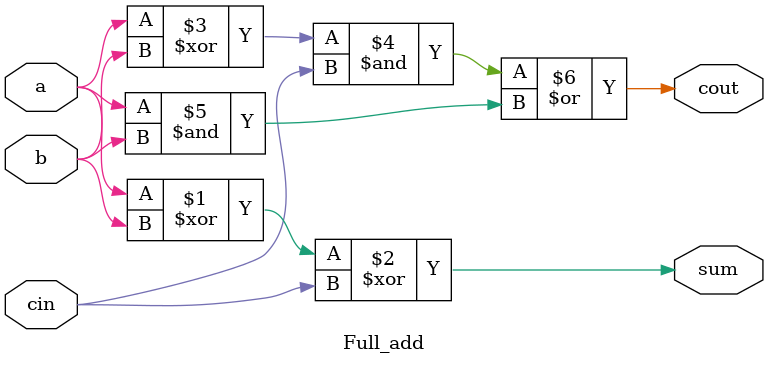
<source format=v>
module Full_add(a,b,cin,sum,cout);
input a,b,cin;
output sum,cout;
assign sum=a^b^cin;
assign cout=((a^b)&cin)|(a&b);
endmodule

</source>
